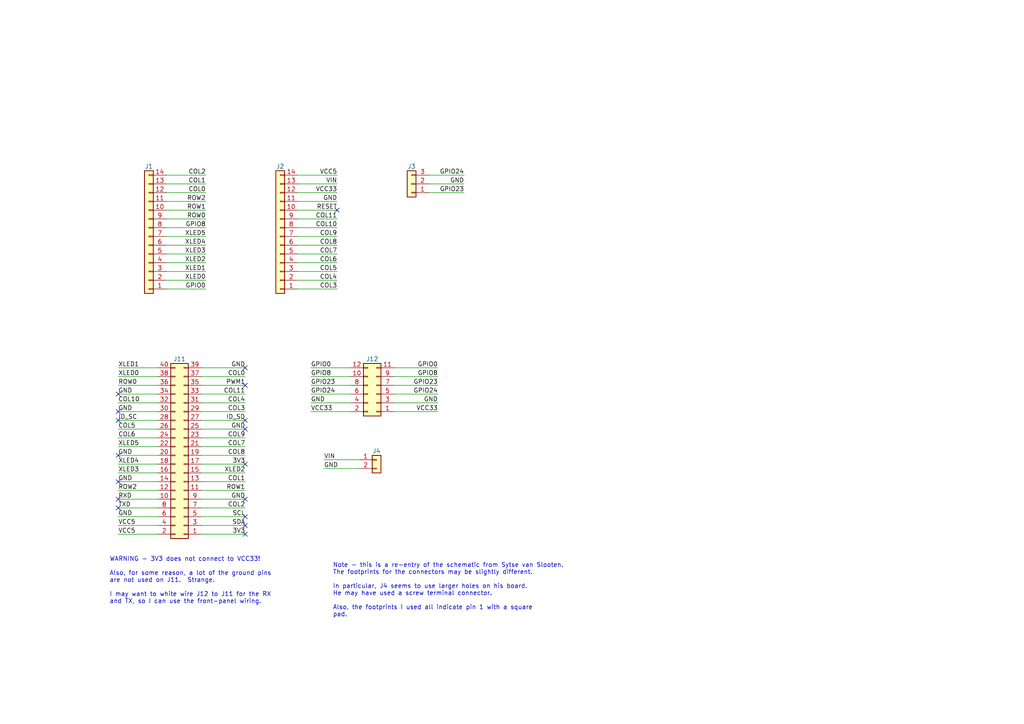
<source format=kicad_sch>
(kicad_sch (version 20210621) (generator eeschema)
  (paper "A4")
  (lib_symbols
    (symbol "Connector_Generic:Conn_01x02" (pin_names (offset 1.016) hide)
      (property "Reference" "J" (at 0 2.54 0))
      (property "Value" "Conn_01x02" (at 0 -5.08 0))
      (symbol "Conn_01x02_1_1"
        (rectangle (start -1.27 -2.413) (end 0 -2.667) (stroke (width 0.1524)))
        (rectangle (start -1.27 0.127) (end 0 -0.127) (stroke (width 0.1524)))
        (rectangle (start -1.27 1.27) (end 1.27 -3.81) (stroke (width 0.254)) (fill (type background)))
        (pin passive line (at -5.08 0 0) (length 3.81) (name "Pin_1") (number "1"))
        (pin passive line (at -5.08 -2.54 0) (length 3.81) (name "Pin_2") (number "2"))
      )
    )
    (symbol "Connector_Generic:Conn_01x03" (pin_names (offset 1.016) hide)
      (property "Reference" "J" (at 0 5.08 0))
      (property "Value" "Conn_01x03" (at 0 -5.08 0))
      (symbol "Conn_01x03_1_1"
        (rectangle (start -1.27 -2.413) (end 0 -2.667) (stroke (width 0.1524)))
        (rectangle (start -1.27 0.127) (end 0 -0.127) (stroke (width 0.1524)))
        (rectangle (start -1.27 2.667) (end 0 2.413) (stroke (width 0.1524)))
        (rectangle (start -1.27 3.81) (end 1.27 -3.81) (stroke (width 0.254)) (fill (type background)))
        (pin passive line (at -5.08 2.54 0) (length 3.81) (name "Pin_1") (number "1"))
        (pin passive line (at -5.08 0 0) (length 3.81) (name "Pin_2") (number "2"))
        (pin passive line (at -5.08 -2.54 0) (length 3.81) (name "Pin_3") (number "3"))
      )
    )
    (symbol "Connector_Generic:Conn_01x14" (pin_names (offset 1.016) hide)
      (property "Reference" "J" (at 0 17.78 0))
      (property "Value" "Conn_01x14" (at 0 -20.32 0))
      (symbol "Conn_01x14_1_1"
        (rectangle (start -1.27 -17.653) (end 0 -17.907) (stroke (width 0.1524)))
        (rectangle (start -1.27 -15.113) (end 0 -15.367) (stroke (width 0.1524)))
        (rectangle (start -1.27 -12.573) (end 0 -12.827) (stroke (width 0.1524)))
        (rectangle (start -1.27 -10.033) (end 0 -10.287) (stroke (width 0.1524)))
        (rectangle (start -1.27 -7.493) (end 0 -7.747) (stroke (width 0.1524)))
        (rectangle (start -1.27 -4.953) (end 0 -5.207) (stroke (width 0.1524)))
        (rectangle (start -1.27 -2.413) (end 0 -2.667) (stroke (width 0.1524)))
        (rectangle (start -1.27 0.127) (end 0 -0.127) (stroke (width 0.1524)))
        (rectangle (start -1.27 2.667) (end 0 2.413) (stroke (width 0.1524)))
        (rectangle (start -1.27 5.207) (end 0 4.953) (stroke (width 0.1524)))
        (rectangle (start -1.27 7.747) (end 0 7.493) (stroke (width 0.1524)))
        (rectangle (start -1.27 10.287) (end 0 10.033) (stroke (width 0.1524)))
        (rectangle (start -1.27 12.827) (end 0 12.573) (stroke (width 0.1524)))
        (rectangle (start -1.27 15.367) (end 0 15.113) (stroke (width 0.1524)))
        (rectangle (start -1.27 16.51) (end 1.27 -19.05) (stroke (width 0.254)) (fill (type background)))
        (pin passive line (at -5.08 15.24 0) (length 3.81) (name "Pin_1") (number "1"))
        (pin passive line (at -5.08 -7.62 0) (length 3.81) (name "Pin_10") (number "10"))
        (pin passive line (at -5.08 -10.16 0) (length 3.81) (name "Pin_11") (number "11"))
        (pin passive line (at -5.08 -12.7 0) (length 3.81) (name "Pin_12") (number "12"))
        (pin passive line (at -5.08 -15.24 0) (length 3.81) (name "Pin_13") (number "13"))
        (pin passive line (at -5.08 -17.78 0) (length 3.81) (name "Pin_14") (number "14"))
        (pin passive line (at -5.08 12.7 0) (length 3.81) (name "Pin_2") (number "2"))
        (pin passive line (at -5.08 10.16 0) (length 3.81) (name "Pin_3") (number "3"))
        (pin passive line (at -5.08 7.62 0) (length 3.81) (name "Pin_4") (number "4"))
        (pin passive line (at -5.08 5.08 0) (length 3.81) (name "Pin_5") (number "5"))
        (pin passive line (at -5.08 2.54 0) (length 3.81) (name "Pin_6") (number "6"))
        (pin passive line (at -5.08 0 0) (length 3.81) (name "Pin_7") (number "7"))
        (pin passive line (at -5.08 -2.54 0) (length 3.81) (name "Pin_8") (number "8"))
        (pin passive line (at -5.08 -5.08 0) (length 3.81) (name "Pin_9") (number "9"))
      )
    )
    (symbol "Connector_Generic:Conn_02x06_Odd_Even" (pin_names (offset 1.016) hide)
      (property "Reference" "J" (at 1.27 7.62 0))
      (property "Value" "Conn_02x06_Odd_Even" (at 1.27 -10.16 0))
      (symbol "Conn_02x06_Odd_Even_1_1"
        (rectangle (start -1.27 -7.493) (end 0 -7.747) (stroke (width 0.1524)))
        (rectangle (start -1.27 -4.953) (end 0 -5.207) (stroke (width 0.1524)))
        (rectangle (start -1.27 -2.413) (end 0 -2.667) (stroke (width 0.1524)))
        (rectangle (start -1.27 0.127) (end 0 -0.127) (stroke (width 0.1524)))
        (rectangle (start -1.27 2.667) (end 0 2.413) (stroke (width 0.1524)))
        (rectangle (start -1.27 5.207) (end 0 4.953) (stroke (width 0.1524)))
        (rectangle (start -1.27 6.35) (end 3.81 -8.89) (stroke (width 0.254)) (fill (type background)))
        (rectangle (start 3.81 -7.493) (end 2.54 -7.747) (stroke (width 0.1524)))
        (rectangle (start 3.81 -4.953) (end 2.54 -5.207) (stroke (width 0.1524)))
        (rectangle (start 3.81 -2.413) (end 2.54 -2.667) (stroke (width 0.1524)))
        (rectangle (start 3.81 0.127) (end 2.54 -0.127) (stroke (width 0.1524)))
        (rectangle (start 3.81 2.667) (end 2.54 2.413) (stroke (width 0.1524)))
        (rectangle (start 3.81 5.207) (end 2.54 4.953) (stroke (width 0.1524)))
        (pin passive line (at -5.08 5.08 0) (length 3.81) (name "Pin_1") (number "1"))
        (pin passive line (at 7.62 -5.08 180) (length 3.81) (name "Pin_10") (number "10"))
        (pin passive line (at -5.08 -7.62 0) (length 3.81) (name "Pin_11") (number "11"))
        (pin passive line (at 7.62 -7.62 180) (length 3.81) (name "Pin_12") (number "12"))
        (pin passive line (at 7.62 5.08 180) (length 3.81) (name "Pin_2") (number "2"))
        (pin passive line (at -5.08 2.54 0) (length 3.81) (name "Pin_3") (number "3"))
        (pin passive line (at 7.62 2.54 180) (length 3.81) (name "Pin_4") (number "4"))
        (pin passive line (at -5.08 0 0) (length 3.81) (name "Pin_5") (number "5"))
        (pin passive line (at 7.62 0 180) (length 3.81) (name "Pin_6") (number "6"))
        (pin passive line (at -5.08 -2.54 0) (length 3.81) (name "Pin_7") (number "7"))
        (pin passive line (at 7.62 -2.54 180) (length 3.81) (name "Pin_8") (number "8"))
        (pin passive line (at -5.08 -5.08 0) (length 3.81) (name "Pin_9") (number "9"))
      )
    )
    (symbol "Connector_Generic:Conn_02x20_Odd_Even" (pin_names (offset 1.016) hide)
      (property "Reference" "J" (at 1.27 25.4 0))
      (property "Value" "Conn_02x20_Odd_Even" (at 1.27 -27.94 0))
      (symbol "Conn_02x20_Odd_Even_1_1"
        (rectangle (start -1.27 -25.273) (end 0 -25.527) (stroke (width 0.1524)))
        (rectangle (start -1.27 -22.733) (end 0 -22.987) (stroke (width 0.1524)))
        (rectangle (start -1.27 -20.193) (end 0 -20.447) (stroke (width 0.1524)))
        (rectangle (start -1.27 -17.653) (end 0 -17.907) (stroke (width 0.1524)))
        (rectangle (start -1.27 -15.113) (end 0 -15.367) (stroke (width 0.1524)))
        (rectangle (start -1.27 -12.573) (end 0 -12.827) (stroke (width 0.1524)))
        (rectangle (start -1.27 -10.033) (end 0 -10.287) (stroke (width 0.1524)))
        (rectangle (start -1.27 -7.493) (end 0 -7.747) (stroke (width 0.1524)))
        (rectangle (start -1.27 -4.953) (end 0 -5.207) (stroke (width 0.1524)))
        (rectangle (start -1.27 -2.413) (end 0 -2.667) (stroke (width 0.1524)))
        (rectangle (start -1.27 0.127) (end 0 -0.127) (stroke (width 0.1524)))
        (rectangle (start -1.27 2.667) (end 0 2.413) (stroke (width 0.1524)))
        (rectangle (start -1.27 5.207) (end 0 4.953) (stroke (width 0.1524)))
        (rectangle (start -1.27 7.747) (end 0 7.493) (stroke (width 0.1524)))
        (rectangle (start -1.27 10.287) (end 0 10.033) (stroke (width 0.1524)))
        (rectangle (start -1.27 12.827) (end 0 12.573) (stroke (width 0.1524)))
        (rectangle (start -1.27 15.367) (end 0 15.113) (stroke (width 0.1524)))
        (rectangle (start -1.27 17.907) (end 0 17.653) (stroke (width 0.1524)))
        (rectangle (start -1.27 20.447) (end 0 20.193) (stroke (width 0.1524)))
        (rectangle (start -1.27 22.987) (end 0 22.733) (stroke (width 0.1524)))
        (rectangle (start -1.27 24.13) (end 3.81 -26.67) (stroke (width 0.254)) (fill (type background)))
        (rectangle (start 3.81 -25.273) (end 2.54 -25.527) (stroke (width 0.1524)))
        (rectangle (start 3.81 -22.733) (end 2.54 -22.987) (stroke (width 0.1524)))
        (rectangle (start 3.81 -20.193) (end 2.54 -20.447) (stroke (width 0.1524)))
        (rectangle (start 3.81 -17.653) (end 2.54 -17.907) (stroke (width 0.1524)))
        (rectangle (start 3.81 -15.113) (end 2.54 -15.367) (stroke (width 0.1524)))
        (rectangle (start 3.81 -12.573) (end 2.54 -12.827) (stroke (width 0.1524)))
        (rectangle (start 3.81 -10.033) (end 2.54 -10.287) (stroke (width 0.1524)))
        (rectangle (start 3.81 -7.493) (end 2.54 -7.747) (stroke (width 0.1524)))
        (rectangle (start 3.81 -4.953) (end 2.54 -5.207) (stroke (width 0.1524)))
        (rectangle (start 3.81 -2.413) (end 2.54 -2.667) (stroke (width 0.1524)))
        (rectangle (start 3.81 0.127) (end 2.54 -0.127) (stroke (width 0.1524)))
        (rectangle (start 3.81 2.667) (end 2.54 2.413) (stroke (width 0.1524)))
        (rectangle (start 3.81 5.207) (end 2.54 4.953) (stroke (width 0.1524)))
        (rectangle (start 3.81 7.747) (end 2.54 7.493) (stroke (width 0.1524)))
        (rectangle (start 3.81 10.287) (end 2.54 10.033) (stroke (width 0.1524)))
        (rectangle (start 3.81 12.827) (end 2.54 12.573) (stroke (width 0.1524)))
        (rectangle (start 3.81 15.367) (end 2.54 15.113) (stroke (width 0.1524)))
        (rectangle (start 3.81 17.907) (end 2.54 17.653) (stroke (width 0.1524)))
        (rectangle (start 3.81 20.447) (end 2.54 20.193) (stroke (width 0.1524)))
        (rectangle (start 3.81 22.987) (end 2.54 22.733) (stroke (width 0.1524)))
        (pin passive line (at -5.08 22.86 0) (length 3.81) (name "Pin_1") (number "1"))
        (pin passive line (at 7.62 12.7 180) (length 3.81) (name "Pin_10") (number "10"))
        (pin passive line (at -5.08 10.16 0) (length 3.81) (name "Pin_11") (number "11"))
        (pin passive line (at 7.62 10.16 180) (length 3.81) (name "Pin_12") (number "12"))
        (pin passive line (at -5.08 7.62 0) (length 3.81) (name "Pin_13") (number "13"))
        (pin passive line (at 7.62 7.62 180) (length 3.81) (name "Pin_14") (number "14"))
        (pin passive line (at -5.08 5.08 0) (length 3.81) (name "Pin_15") (number "15"))
        (pin passive line (at 7.62 5.08 180) (length 3.81) (name "Pin_16") (number "16"))
        (pin passive line (at -5.08 2.54 0) (length 3.81) (name "Pin_17") (number "17"))
        (pin passive line (at 7.62 2.54 180) (length 3.81) (name "Pin_18") (number "18"))
        (pin passive line (at -5.08 0 0) (length 3.81) (name "Pin_19") (number "19"))
        (pin passive line (at 7.62 22.86 180) (length 3.81) (name "Pin_2") (number "2"))
        (pin passive line (at 7.62 0 180) (length 3.81) (name "Pin_20") (number "20"))
        (pin passive line (at -5.08 -2.54 0) (length 3.81) (name "Pin_21") (number "21"))
        (pin passive line (at 7.62 -2.54 180) (length 3.81) (name "Pin_22") (number "22"))
        (pin passive line (at -5.08 -5.08 0) (length 3.81) (name "Pin_23") (number "23"))
        (pin passive line (at 7.62 -5.08 180) (length 3.81) (name "Pin_24") (number "24"))
        (pin passive line (at -5.08 -7.62 0) (length 3.81) (name "Pin_25") (number "25"))
        (pin passive line (at 7.62 -7.62 180) (length 3.81) (name "Pin_26") (number "26"))
        (pin passive line (at -5.08 -10.16 0) (length 3.81) (name "Pin_27") (number "27"))
        (pin passive line (at 7.62 -10.16 180) (length 3.81) (name "Pin_28") (number "28"))
        (pin passive line (at -5.08 -12.7 0) (length 3.81) (name "Pin_29") (number "29"))
        (pin passive line (at -5.08 20.32 0) (length 3.81) (name "Pin_3") (number "3"))
        (pin passive line (at 7.62 -12.7 180) (length 3.81) (name "Pin_30") (number "30"))
        (pin passive line (at -5.08 -15.24 0) (length 3.81) (name "Pin_31") (number "31"))
        (pin passive line (at 7.62 -15.24 180) (length 3.81) (name "Pin_32") (number "32"))
        (pin passive line (at -5.08 -17.78 0) (length 3.81) (name "Pin_33") (number "33"))
        (pin passive line (at 7.62 -17.78 180) (length 3.81) (name "Pin_34") (number "34"))
        (pin passive line (at -5.08 -20.32 0) (length 3.81) (name "Pin_35") (number "35"))
        (pin passive line (at 7.62 -20.32 180) (length 3.81) (name "Pin_36") (number "36"))
        (pin passive line (at -5.08 -22.86 0) (length 3.81) (name "Pin_37") (number "37"))
        (pin passive line (at 7.62 -22.86 180) (length 3.81) (name "Pin_38") (number "38"))
        (pin passive line (at -5.08 -25.4 0) (length 3.81) (name "Pin_39") (number "39"))
        (pin passive line (at 7.62 20.32 180) (length 3.81) (name "Pin_4") (number "4"))
        (pin passive line (at 7.62 -25.4 180) (length 3.81) (name "Pin_40") (number "40"))
        (pin passive line (at -5.08 17.78 0) (length 3.81) (name "Pin_5") (number "5"))
        (pin passive line (at 7.62 17.78 180) (length 3.81) (name "Pin_6") (number "6"))
        (pin passive line (at -5.08 15.24 0) (length 3.81) (name "Pin_7") (number "7"))
        (pin passive line (at 7.62 15.24 180) (length 3.81) (name "Pin_8") (number "8"))
        (pin passive line (at -5.08 12.7 0) (length 3.81) (name "Pin_9") (number "9"))
      )
    )
  )
  (no_connect (at 71.12 152.4))
  (no_connect (at 34.29 119.38))
  (no_connect (at 71.12 154.94))
  (no_connect (at 34.29 121.92))
  (no_connect (at 97.79 60.96))
  (no_connect (at 71.12 144.78))
  (no_connect (at 34.29 139.7))
  (no_connect (at 34.29 144.78))
  (no_connect (at 71.12 124.46))
  (no_connect (at 34.29 147.32))
  (no_connect (at 71.12 121.92))
  (no_connect (at 34.29 132.08))
  (no_connect (at 71.12 134.62))
  (no_connect (at 71.12 111.76))
  (no_connect (at 71.12 149.86))
  (no_connect (at 71.12 106.68))
  (no_connect (at 34.29 114.3))
  (wire (pts (xy 71.12 144.78) (xy 58.42 144.78)))
  (wire (pts (xy 45.72 111.76) (xy 34.29 111.76)))
  (wire (pts (xy 48.26 81.28) (xy 59.69 81.28)))
  (wire (pts (xy 124.46 50.8) (xy 134.62 50.8)))
  (wire (pts (xy 127 109.22) (xy 114.3 109.22)))
  (wire (pts (xy 34.29 132.08) (xy 45.72 132.08)))
  (wire (pts (xy 86.36 53.34) (xy 97.79 53.34)))
  (wire (pts (xy 34.29 129.54) (xy 45.72 129.54)))
  (wire (pts (xy 71.12 154.94) (xy 58.42 154.94)))
  (wire (pts (xy 86.36 83.82) (xy 97.79 83.82)))
  (wire (pts (xy 34.29 149.86) (xy 45.72 149.86)))
  (wire (pts (xy 86.36 66.04) (xy 97.79 66.04)))
  (wire (pts (xy 86.36 73.66) (xy 97.79 73.66)))
  (wire (pts (xy 34.29 137.16) (xy 45.72 137.16)))
  (wire (pts (xy 34.29 142.24) (xy 45.72 142.24)))
  (wire (pts (xy 86.36 55.88) (xy 97.79 55.88)))
  (wire (pts (xy 86.36 71.12) (xy 97.79 71.12)))
  (wire (pts (xy 34.29 121.92) (xy 45.72 121.92)))
  (wire (pts (xy 127 116.84) (xy 114.3 116.84)))
  (wire (pts (xy 71.12 132.08) (xy 58.42 132.08)))
  (wire (pts (xy 34.29 152.4) (xy 45.72 152.4)))
  (wire (pts (xy 34.29 127) (xy 45.72 127)))
  (wire (pts (xy 34.29 134.62) (xy 45.72 134.62)))
  (wire (pts (xy 71.12 129.54) (xy 58.42 129.54)))
  (wire (pts (xy 86.36 60.96) (xy 97.79 60.96)))
  (wire (pts (xy 71.12 114.3) (xy 58.42 114.3)))
  (wire (pts (xy 71.12 111.76) (xy 58.42 111.76)))
  (wire (pts (xy 86.36 76.2) (xy 97.79 76.2)))
  (wire (pts (xy 48.26 50.8) (xy 59.69 50.8)))
  (wire (pts (xy 71.12 139.7) (xy 58.42 139.7)))
  (wire (pts (xy 86.36 81.28) (xy 97.79 81.28)))
  (wire (pts (xy 48.26 73.66) (xy 59.69 73.66)))
  (wire (pts (xy 34.29 119.38) (xy 45.72 119.38)))
  (wire (pts (xy 90.17 111.76) (xy 101.6 111.76)))
  (wire (pts (xy 93.98 135.89) (xy 104.14 135.89)))
  (wire (pts (xy 34.29 154.94) (xy 45.72 154.94)))
  (wire (pts (xy 48.26 63.5) (xy 59.69 63.5)))
  (wire (pts (xy 48.26 83.82) (xy 59.69 83.82)))
  (wire (pts (xy 48.26 58.42) (xy 59.69 58.42)))
  (wire (pts (xy 71.12 149.86) (xy 58.42 149.86)))
  (wire (pts (xy 71.12 116.84) (xy 58.42 116.84)))
  (wire (pts (xy 45.72 109.22) (xy 34.29 109.22)))
  (wire (pts (xy 71.12 119.38) (xy 58.42 119.38)))
  (wire (pts (xy 127 114.3) (xy 114.3 114.3)))
  (wire (pts (xy 101.6 106.68) (xy 90.17 106.68)))
  (wire (pts (xy 124.46 55.88) (xy 134.62 55.88)))
  (wire (pts (xy 86.36 63.5) (xy 97.79 63.5)))
  (wire (pts (xy 71.12 121.92) (xy 58.42 121.92)))
  (wire (pts (xy 71.12 152.4) (xy 58.42 152.4)))
  (wire (pts (xy 48.26 60.96) (xy 59.69 60.96)))
  (wire (pts (xy 48.26 76.2) (xy 59.69 76.2)))
  (wire (pts (xy 48.26 53.34) (xy 59.69 53.34)))
  (wire (pts (xy 86.36 68.58) (xy 97.79 68.58)))
  (wire (pts (xy 127 111.76) (xy 114.3 111.76)))
  (wire (pts (xy 71.12 109.22) (xy 58.42 109.22)))
  (wire (pts (xy 34.29 147.32) (xy 45.72 147.32)))
  (wire (pts (xy 71.12 147.32) (xy 58.42 147.32)))
  (wire (pts (xy 48.26 71.12) (xy 59.69 71.12)))
  (wire (pts (xy 127 119.38) (xy 114.3 119.38)))
  (wire (pts (xy 86.36 78.74) (xy 97.79 78.74)))
  (wire (pts (xy 71.12 142.24) (xy 58.42 142.24)))
  (wire (pts (xy 71.12 106.68) (xy 58.42 106.68)))
  (wire (pts (xy 48.26 68.58) (xy 59.69 68.58)))
  (wire (pts (xy 34.29 116.84) (xy 45.72 116.84)))
  (wire (pts (xy 86.36 58.42) (xy 97.79 58.42)))
  (wire (pts (xy 34.29 144.78) (xy 45.72 144.78)))
  (wire (pts (xy 34.29 114.3) (xy 45.72 114.3)))
  (wire (pts (xy 90.17 116.84) (xy 101.6 116.84)))
  (wire (pts (xy 45.72 106.68) (xy 34.29 106.68)))
  (wire (pts (xy 86.36 50.8) (xy 97.79 50.8)))
  (wire (pts (xy 71.12 134.62) (xy 58.42 134.62)))
  (wire (pts (xy 127 106.68) (xy 114.3 106.68)))
  (wire (pts (xy 90.17 114.3) (xy 101.6 114.3)))
  (wire (pts (xy 104.14 133.35) (xy 93.98 133.35)))
  (wire (pts (xy 48.26 78.74) (xy 59.69 78.74)))
  (wire (pts (xy 48.26 66.04) (xy 59.69 66.04)))
  (wire (pts (xy 71.12 137.16) (xy 58.42 137.16)))
  (wire (pts (xy 90.17 119.38) (xy 101.6 119.38)))
  (wire (pts (xy 71.12 124.46) (xy 58.42 124.46)))
  (wire (pts (xy 71.12 127) (xy 58.42 127)))
  (wire (pts (xy 90.17 109.22) (xy 101.6 109.22)))
  (wire (pts (xy 124.46 53.34) (xy 134.62 53.34)))
  (wire (pts (xy 34.29 124.46) (xy 45.72 124.46)))
  (wire (pts (xy 48.26 55.88) (xy 59.69 55.88)))
  (wire (pts (xy 34.29 139.7) (xy 45.72 139.7)))
  (text "WARNING - 3V3 does not connect to VCC33!\n\nAlso, for some reason, a lot of the ground pins\nare not used on J11.  Strange.\n\nI may want to white wire J12 to J11 for the RX\nand TX, so I can use the front-panel wiring." (at 31.75 175.26 0) (effects (font (size 1.27 1.27)) (justify left bottom)))
  (text "Note - this is a re-entry of the schematic from Sytse van Slooten.\nThe footprints for the connectors may be slightly different.\n\nIn particular, J4 seems to use larger holes on his board.\nHe may have used a screw terminal connector.\n\nAlso, the footprints I used all indicate pin 1 with a square\npad." (at 96.52 179.07 0) (effects (font (size 1.27 1.27)) (justify left bottom)))
  (label "COL6" (at 34.29 127 0))
  (label "COL0" (at 71.12 109.22 180))
  (label "ID_SD" (at 71.12 121.92 180))
  (label "GND" (at 71.12 124.46 180))
  (label "COL2" (at 71.12 147.32 180))
  (label "XLED4" (at 59.69 71.12 180))
  (label "XLED1" (at 34.29 106.68 0))
  (label "COL11" (at 71.12 114.3 180))
  (label "GPIO23" (at 90.17 111.76 0))
  (label "COL5" (at 97.79 78.74 180))
  (label "RXD" (at 34.29 144.78 0))
  (label "VCC33" (at 90.17 119.38 0))
  (label "TXD" (at 34.29 147.32 0))
  (label "VIN" (at 97.79 53.34 180))
  (label "GND" (at 97.79 58.42 180))
  (label "ROW1" (at 59.69 60.96 180))
  (label "GND" (at 127 116.84 180))
  (label "COL9" (at 97.79 68.58 180))
  (label "COL11" (at 97.79 63.5 180))
  (label "ROW0" (at 34.29 111.76 0))
  (label "ROW1" (at 71.12 142.24 180))
  (label "COL6" (at 97.79 76.2 180))
  (label "GND" (at 90.17 116.84 0))
  (label "GPIO0" (at 59.69 83.82 180))
  (label "GPIO8" (at 59.69 66.04 180))
  (label "COL3" (at 97.79 83.82 180))
  (label "GPIO24" (at 90.17 114.3 0))
  (label "GND" (at 93.98 135.89 0))
  (label "GND" (at 71.12 106.68 180))
  (label "COL10" (at 97.79 66.04 180))
  (label "COL8" (at 71.12 132.08 180))
  (label "COL7" (at 97.79 73.66 180))
  (label "GND" (at 34.29 114.3 0))
  (label "GPIO24" (at 127 114.3 180))
  (label "VCC5" (at 34.29 154.94 0))
  (label "XLED0" (at 59.69 81.28 180))
  (label "SCL" (at 71.12 149.86 180))
  (label "XLED0" (at 34.29 109.22 0))
  (label "VCC33" (at 127 119.38 180))
  (label "XLED2" (at 71.12 137.16 180))
  (label "XLED1" (at 59.69 78.74 180))
  (label "GND" (at 34.29 132.08 0))
  (label "VCC5" (at 34.29 152.4 0))
  (label "ROW2" (at 34.29 142.24 0))
  (label "XLED5" (at 59.69 68.58 180))
  (label "GND" (at 34.29 139.7 0))
  (label "GPIO24" (at 134.62 50.8 180))
  (label "COL0" (at 59.69 55.88 180))
  (label "VCC33" (at 97.79 55.88 180))
  (label "XLED3" (at 34.29 137.16 0))
  (label "XLED4" (at 34.29 134.62 0))
  (label "ROW2" (at 59.69 58.42 180))
  (label "COL1" (at 59.69 53.34 180))
  (label "3V3" (at 71.12 154.94 180))
  (label "VIN" (at 93.98 133.35 0))
  (label "GPIO8" (at 127 109.22 180))
  (label "GPIO0" (at 127 106.68 180))
  (label "GND" (at 34.29 149.86 0))
  (label "GPIO23" (at 134.62 55.88 180))
  (label "COL4" (at 97.79 81.28 180))
  (label "ID_SC" (at 34.29 121.92 0))
  (label "3V3" (at 71.12 134.62 180))
  (label "GPIO8" (at 90.17 109.22 0))
  (label "COL2" (at 59.69 50.8 180))
  (label "SDA" (at 71.12 152.4 180))
  (label "XLED2" (at 59.69 76.2 180))
  (label "COL5" (at 34.29 124.46 0))
  (label "GND" (at 71.12 144.78 180))
  (label "GND" (at 34.29 119.38 0))
  (label "COL9" (at 71.12 127 180))
  (label "COL3" (at 71.12 119.38 180))
  (label "XLED3" (at 59.69 73.66 180))
  (label "COL4" (at 71.12 116.84 180))
  (label "VCC5" (at 97.79 50.8 180))
  (label "COL8" (at 97.79 71.12 180))
  (label "COL1" (at 71.12 139.7 180))
  (label "ROW0" (at 59.69 63.5 180))
  (label "GND" (at 134.62 53.34 180))
  (label "PWM1" (at 71.12 111.76 180))
  (label "COL7" (at 71.12 129.54 180))
  (label "RESET" (at 97.79 60.96 180))
  (label "COL10" (at 34.29 116.84 0))
  (label "GPIO0" (at 90.17 106.68 0))
  (label "XLED5" (at 34.29 129.54 0))
  (label "GPIO23" (at 127 111.76 180))
  (symbol (lib_id "Connector_Generic:Conn_01x14") (at 43.18 68.58 180) (unit 1)
    (property "Reference" "J1" (at 43.18 48.26 0))
    (property "Value" "Conn_01x14" (effects hide))
    (property "Footprint" "Connector_PinHeader_2.54mm:PinHeader_1x14_P2.54mm_Vertical" (effects hide))
  )
  (symbol (lib_id "Connector_Generic:Conn_01x14") (at 81.28 68.58 180) (unit 1)
    (property "Reference" "J2" (at 81.28 48.26 0))
    (property "Value" "Conn_01x14" (effects hide))
    (property "Footprint" "Connector_PinHeader_2.54mm:PinHeader_1x14_P2.54mm_Vertical" (effects hide))
  )
  (symbol (lib_id "Connector_Generic:Conn_01x03") (at 119.38 53.34 180) (unit 1)
    (property "Reference" "J3" (at 119.38 48.26 0))
    (property "Value" "Conn_01x03" (effects hide))
    (property "Footprint" "Connector_PinHeader_2.54mm:PinHeader_1x03_P2.54mm_Vertical" (effects hide))
  )
  (symbol (lib_id "Connector_Generic:Conn_02x20_Odd_Even") (at 53.34 132.08 180) (unit 1)
    (property "Reference" "J11" (at 52.07 104.14 0))
    (property "Value" "Conn_02x20_Odd_Even" (effects hide))
    (property "Footprint" "Connector_PinHeader_2.54mm:PinHeader_2x20_P2.54mm_Vertical" (effects hide))
  )
  (symbol (lib_id "Connector_Generic:Conn_02x06_Odd_Even") (at 109.22 114.3 180) (unit 1)
    (property "Reference" "J12" (at 107.95 104.14 0))
    (property "Value" "Conn_02x06_Odd_Even" (effects hide))
    (property "Footprint" "Connector_PinHeader_2.54mm:PinHeader_2x06_P2.54mm_Vertical" (effects hide))
  )
  (symbol (lib_id "Connector_Generic:Conn_01x02") (at 109.22 133.35 0) (unit 1)
    (property "Reference" "J4" (at 109.22 130.81 0))
    (property "Value" "Conn_01x02" (effects hide))
    (property "Footprint" "Connector_PinHeader_2.54mm:PinHeader_1x02_P2.54mm_Vertical" (effects hide))
  )
)
</source>
